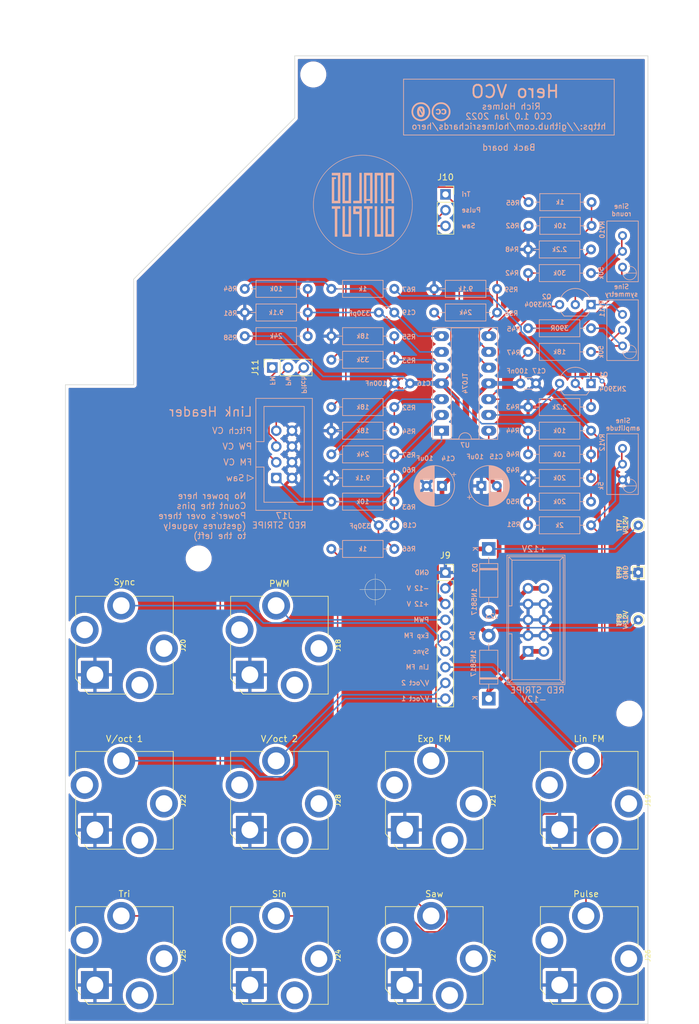
<source format=kicad_pcb>
(kicad_pcb (version 20211014) (generator pcbnew)
  (layers (0 "F.Cu" signal) (31 "B.Cu" signal) (34 "B.Paste" user) (35 "F.Paste" user) (36 "B.SilkS" user "B.Silkscreen") (37 "F.SilkS" user "F.Silkscreen") (38 "B.Mask" user) (39 "F.Mask" user) (44 "Edge.Cuts" user))
  (net 0 "")
  (net 1 "Board_0-+12V_1")
  (net 2 "Board_0--12V_1")
  (net 3 "Board_0-/Jacks, power, etc/+12V_IN")
  (net 4 "Board_0-/Jacks, power, etc/-12V_IN")
  (net 5 "Board_0-/Jacks, power, etc/CV_IN_J")
  (net 6 "Board_0-/Jacks, power, etc/LIN_FM_IN_J")
  (net 7 "Board_0-/Jacks, power, etc/PWMIN_J")
  (net 8 "Board_0-/Jacks, power, etc/SIN")
  (net 9 "Board_0-/Jacks, power, etc/SYNC_J")
  (net 10 "Board_0-/Jacks, power, etc/V_OCT2_J")
  (net 11 "Board_0-/Jacks, power, etc/V_OCT_J")
  (net 12 "Board_0-/LINK_OUT_CV_B")
  (net 13 "Board_0-/LINK_OUT_FM_B")
  (net 14 "Board_0-/LINK_OUT_PW_B")
  (net 15 "Board_0-/Outputs and sin/LINK_OUT_SAW")
  (net 16 "Board_0-/Outputs and sin/PULSE_OUT_S")
  (net 17 "Board_0-/Outputs and sin/SAW_OUT_S")
  (net 18 "Board_0-/Outputs and sin/TRIANGLE_OUT_S")
  (net 19 "Board_0-GND1")
  (net 20 "Board_0-Net-(C18-Pad2)")
  (net 21 "Board_0-Net-(C19-Pad1)")
  (net 22 "Board_0-Net-(C19-Pad2)")
  (net 23 "Board_0-Net-(Q1-Pad1)")
  (net 24 "Board_0-Net-(Q1-Pad2)")
  (net 25 "Board_0-Net-(Q1-Pad3)")
  (net 26 "Board_0-Net-(Q2-Pad1)")
  (net 27 "Board_0-Net-(Q2-Pad2)")
  (net 28 "Board_0-Net-(Q2-Pad3)")
  (net 29 "Board_0-Net-(R42-Pad1)")
  (net 30 "Board_0-Net-(R47-Pad2)")
  (net 31 "Board_0-Net-(R50-Pad1)")
  (net 32 "Board_0-Net-(R52-Pad1)")
  (net 33 "Board_0-Net-(R53-Pad1)")
  (net 34 "Board_0-Net-(R56-Pad1)")
  (net 35 "Board_0-PULSE")
  (net 36 "Board_0-SAW")
  (net 37 "Board_0-TRI")
  (net 38 "Board_0-TRI_RAW")
  (footprint "Connector_PinSocket_2.54mm:PinSocket_1x03_P2.54mm_Vertical" (layer "F.Cu") (at 166.135 49.825)
    (fp_text reference "J10")
    (fp_text value "Conn_01x03")
  )
  (footprint "Connector_PinSocket_2.54mm:PinSocket_1x09_P2.54mm_Vertical" (layer "F.Cu") (at 166.11 110.77)
    (fp_text reference "J9")
    (fp_text value "Conn_01x09")
  )
  (footprint "ao_tht:MountingHole_3.2mm_M3" (layer "F.Cu") (at 126.3 108.5)
    (fp_text reference "H6" hide)
    (fp_text value "MountingHole")
  )
  (footprint "ao_tht:Jack_6.35mm_PJ_629HAN" (layer "F.Cu") (at 189.3 147.5 -90)
    (fp_text reference "J19")
    (fp_text value "AudioJack2")
  )
  (footprint "ao_tht:MountingHole_3.2mm_M3" (layer "F.Cu") (at 144.8 30.5)
    (fp_text reference "H5" hide)
    (fp_text value "MountingHole")
  )
  (footprint "ao_tht:Jack_6.35mm_PJ_629HAN" (layer "F.Cu") (at 164.3 147.5 -90)
    (fp_text reference "J21")
    (fp_text value "AudioJack2")
  )
  (footprint "ao_tht:Jack_6.35mm_PJ_629HAN" (layer "F.Cu") (at 114.3 147.5 -90)
    (fp_text reference "J22")
    (fp_text value "AudioJack2")
  )
  (footprint "ao_tht:Jack_6.35mm_PJ_629HAN" (layer "F.Cu") (at 189.3 172.5 -90)
    (fp_text reference "J26")
    (fp_text value "AudioJack2")
  )
  (footprint "ao_tht:Board_Marker" (layer "F.Cu") (at 161.684 27.502)
    (fp_text reference "B2")
    (fp_text value "Board")
  )
  (footprint "ao_tht:Jack_6.35mm_PJ_629HAN" (layer "F.Cu") (at 139.3 147.5 -90)
    (fp_text reference "J28")
    (fp_text value "AudioJack2")
  )
  (footprint "ao_tht:Jack_6.35mm_PJ_629HAN" (layer "F.Cu") (at 164.3 172.5 -90)
    (fp_text reference "J27")
    (fp_text value "AudioJack2")
  )
  (footprint "ao_tht:TestPoint_THTPad_1.5x1.5mm_Drill0.7mm" (layer "F.Cu") (at 197.24 110.77 90)
    (fp_text reference "TP9")
    (fp_text value "GND")
  )
  (footprint "ao_tht:Jack_6.35mm_PJ_629HAN" (layer "F.Cu") (at 139.3 172.5 -90)
    (fp_text reference "J24")
    (fp_text value "AudioJack2")
  )
  (footprint "ao_tht:TestPoint_THTPad_D1.5mm_Drill0.7mm" (layer "F.Cu") (at 197.24 103.15 90)
    (fp_text reference "TP7")
    (fp_text value "+12V")
  )
  (footprint "ao_tht:MountingHole_3.2mm_M3" (layer "F.Cu") (at 195.8 133.5)
    (fp_text reference "H4" hide)
    (fp_text value "MountingHole")
  )
  (footprint "ao_tht:Jack_6.35mm_PJ_629HAN" (layer "F.Cu") (at 139.3 122.5 -90)
    (fp_text reference "J18")
    (fp_text value "AudioJack2")
  )
  (footprint "ao_tht:Jack_6.35mm_PJ_629HAN" (layer "F.Cu") (at 114.3 172.5 -90)
    (fp_text reference "J25")
    (fp_text value "AudioJack2")
  )
  (footprint "ao_tht:Jack_6.35mm_PJ_629HAN" (layer "F.Cu") (at 114.3 122.5 -90)
    (fp_text reference "J20")
    (fp_text value "AudioJack2")
  )
  (footprint "Connector_PinSocket_2.54mm:PinSocket_1x03_P2.54mm_Vertical" (layer "F.Cu") (at 138.185 77.725 90)
    (fp_text reference "J11")
    (fp_text value "Conn_01x03")
  )
  (footprint "ao_tht:TestPoint_THTPad_D1.5mm_Drill0.7mm" (layer "F.Cu") (at 197.24 118.39 90)
    (fp_text reference "TP8")
    (fp_text value "-12V")
  )
  (footprint "ao_tht:Potentiometer_Bourns_3296W_Vertical_screw_centered" (layer "B.Cu") (at 195.85 75.21 -90)
    (fp_text reference "RV11")
    (fp_text value "50k")
  )
  (footprint "ao_tht:C_Disc_D3.0mm_W1.6mm_P2.50mm" (layer "B.Cu") (at 180.73 80.29 180)
    (fp_text reference "C17")
    (fp_text value "100nF")
  )
  (footprint "ao_tht:R_Axial_DIN0207_L6.3mm_D2.5mm_P10.16mm_Horizontal" (layer "B.Cu") (at 157.87 84.1 180)
    (fp_text reference "R52")
    (fp_text value "18k")
  )
  (footprint "ao_tht:R_Axial_DIN0207_L6.3mm_D2.5mm_P10.16mm_Horizontal" (layer "B.Cu") (at 179.46 71.4)
    (fp_text reference "R45")
    (fp_text value "390R")
  )
  (footprint "ao_tht:R_Axial_DIN0207_L6.3mm_D2.5mm_P10.16mm_Horizontal" (layer "B.Cu") (at 157.87 91.72 180)
    (fp_text reference "R57")
    (fp_text value "24k")
  )
  (footprint "ao_tht:R_Axial_DIN0207_L6.3mm_D2.5mm_P10.16mm_Horizontal" (layer "B.Cu") (at 133.74 65.05)
    (fp_text reference "R64")
    (fp_text value "10k")
  )
  (footprint "ao_tht:R_Axial_DIN0207_L6.3mm_D2.5mm_P10.16mm_Horizontal" (layer "B.Cu") (at 143.9 72.67 180)
    (fp_text reference "R58")
    (fp_text value "24k")
  )
  (footprint "ao_tht:Power_Header" (layer "B.Cu") (at 179.46 123.47)
    (fp_text reference "J23")
    (fp_text value "Synth_power_2x5")
  )
  (footprint "ao_tht:D_DO-41_SOD81_P10.16mm_Horizontal" (layer "B.Cu") (at 173.11 106.96 -90)
    (fp_text reference "D3")
    (fp_text value "1N5817")
  )
  (footprint "ao_tht:CC0_logo" (layer "B.Cu") (at 163.8 36.5 180)
    (fp_text reference "GRAF4" hide)
    (fp_text value "CC0 logo" hide)
  )
  (footprint "ao_tht:R_Axial_DIN0207_L6.3mm_D2.5mm_P10.16mm_Horizontal" (layer "B.Cu") (at 174.46 68.86 180)
    (fp_text reference "R56")
    (fp_text value "24k")
  )
  (footprint "ao_tht:R_Axial_DIN0207_L6.3mm_D2.5mm_P10.16mm_Horizontal" (layer "B.Cu") (at 179.46 87.91)
    (fp_text reference "R44")
    (fp_text value "10k")
  )
  (footprint "Connector_IDC:IDC-Header_2x04_P2.54mm_Vertical" (layer "B.Cu") (at 138.82 95.53)
    (fp_text reference "J17")
    (fp_text value "Conn_02x04_Odd_Even")
  )
  (footprint "ao_tht:R_Axial_DIN0207_L6.3mm_D2.5mm_P10.16mm_Horizontal" (layer "B.Cu") (at 157.87 72.67 180)
    (fp_text reference "R55")
    (fp_text value "18k")
  )
  (footprint "ao_tht:R_Axial_DIN0207_L6.3mm_D2.5mm_P10.16mm_Horizontal" (layer "B.Cu") (at 157.87 95.53 180)
    (fp_text reference "R60")
    (fp_text value "9.1k")
  )
  (footprint "ao_tht:C_Disc_D3.0mm_W1.6mm_P2.50mm" (layer "B.Cu") (at 160.41 80.29 180)
    (fp_text reference "C16")
    (fp_text value "100nF")
  )
  (footprint "ao_tht:TO-92_Inline_Wide" (layer "B.Cu") (at 189.62 80.29 180)
    (fp_text reference "Q1")
    (fp_text value "2N3904")
  )
  (footprint "ao_tht:R_Axial_DIN0207_L6.3mm_D2.5mm_P10.16mm_Horizontal" (layer "B.Cu") (at 143.9 68.86 180)
    (fp_text reference "R61")
    (fp_text value "9.1k")
  )
  (footprint "ao_tht:CP_Radial_D6.3mm_P2.50mm" (layer "B.Cu") (at 171.92 96.8)
    (fp_text reference "C15")
    (fp_text value "10uF")
  )
  (footprint "ao_tht:R_Axial_DIN0207_L6.3mm_D2.5mm_P10.16mm_Horizontal" (layer "B.Cu") (at 189.62 58.7 180)
    (fp_text reference "R48")
    (fp_text value "2.2k")
  )
  (footprint "ao_tht:R_Axial_DIN0207_L6.3mm_D2.5mm_P10.16mm_Horizontal" (layer "B.Cu") (at 147.71 106.96)
    (fp_text reference "R66")
    (fp_text value "1k")
  )
  (footprint "ao_tht:analogoutput" (layer "B.Cu") (at 152.8 51.5 180)
    (fp_text reference "GRAF3" hide)
    (fp_text value "AO logo" hide)
  )
  (footprint "ao_tht:R_Axial_DIN0207_L6.3mm_D2.5mm_P10.16mm_Horizontal" (layer "B.Cu") (at 157.87 65.05 180)
    (fp_text reference "R67")
    (fp_text value "1k")
  )
  (footprint "ao_tht:TO-92_Inline_Wide" (layer "B.Cu") (at 189.62 67.59 180)
    (fp_text reference "Q2")
    (fp_text value "2N3904")
  )
  (footprint "ao_tht:DIP-14_W7.62mm_Socket_LongPads" (layer "B.Cu") (at 165.49 87.91)
    (fp_text reference "U7")
    (fp_text value "TL074")
  )
  (footprint "ao_tht:R_Axial_DIN0207_L6.3mm_D2.5mm_P10.16mm_Horizontal" (layer "B.Cu") (at 179.54 51.08)
    (fp_text reference "R65")
    (fp_text value "1k")
  )
  (footprint "ao_tht:R_Axial_DIN0207_L6.3mm_D2.5mm_P10.16mm_Horizontal" (layer "B.Cu") (at 174.46 65.05 180)
    (fp_text reference "R59")
    (fp_text value "9.1k")
  )
  (footprint "ao_tht:CP_Radial_D6.3mm_P2.50mm" (layer "B.Cu") (at 165.57 96.8 180)
    (fp_text reference "C14")
    (fp_text value "10uF")
  )
  (footprint "ao_tht:R_Axial_DIN0207_L6.3mm_D2.5mm_P10.16mm_Horizontal" (layer "B.Cu") (at 189.7 54.89 180)
    (fp_text reference "R62")
    (fp_text value "10k")
  )
  (footprint "ao_tht:R_Axial_DIN0207_L6.3mm_D2.5mm_P10.16mm_Horizontal" (layer "B.Cu") (at 189.62 62.51 180)
    (fp_text reference "R42")
    (fp_text value "30k")
  )
  (footprint "ao_tht:R_Axial_DIN0207_L6.3mm_D2.5mm_P10.16mm_Horizontal" (layer "B.Cu") (at 179.46 91.72)
    (fp_text reference "R46")
    (fp_text value "10k")
  )
  (footprint "ao_tht:R_Axial_DIN0207_L6.3mm_D2.5mm_P10.16mm_Horizontal" (layer "B.Cu") (at 179.46 99.34)
    (fp_text reference "R50")
    (fp_text value "20k")
  )
  (footprint "ao_tht:Potentiometer_Bourns_3296W_Vertical_screw_centered" (layer "B.Cu") (at 195.85 62.51 -90)
    (fp_text reference "RV10")
    (fp_text value "50k")
  )
  (footprint "ao_tht:R_Axial_DIN0207_L6.3mm_D2.5mm_P10.16mm_Horizontal" (layer "B.Cu") (at 189.62 84.1 180)
    (fp_text reference "R43")
    (fp_text value "2.2k")
  )
  (footprint "ao_tht:C_Disc_D3.0mm_W1.6mm_P2.50mm" (layer "B.Cu") (at 155.37 103.15)
    (fp_text reference "C18")
    (fp_text value "330pF")
  )
  (footprint "ao_tht:R_Axial_DIN0207_L6.3mm_D2.5mm_P10.16mm_Horizontal" (layer "B.Cu") (at 179.46 75.21)
    (fp_text reference "R47")
    (fp_text value "18k")
  )
  (footprint "ao_tht:R_Axial_DIN0207_L6.3mm_D2.5mm_P10.16mm_Horizontal" (layer "B.Cu") (at 147.71 99.34)
    (fp_text reference "R63")
    (fp_text value "10k")
  )
  (footprint "ao_tht:R_Axial_DIN0207_L6.3mm_D2.5mm_P10.16mm_Horizontal" (layer "B.Cu") (at 157.87 87.91 180)
    (fp_text reference "R54")
    (fp_text value "18k")
  )
  (footprint "ao_tht:R_Axial_DIN0207_L6.3mm_D2.5mm_P10.16mm_Horizontal" (layer "B.Cu") (at 189.62 103.15 180)
    (fp_text reference "R51")
    (fp_text value "2k")
  )
  (footprint "ao_tht:Potentiometer_Bourns_3296W_Vertical_screw_centered" (layer "B.Cu") (at 195.85 96.8 -90)
    (fp_text reference "RV12")
    (fp_text value "5k")
  )
  (footprint "ao_tht:R_Axial_DIN0207_L6.3mm_D2.5mm_P10.16mm_Horizontal" (layer "B.Cu") (at 157.87 76.48 180)
    (fp_text reference "R53")
    (fp_text value "33k")
  )
  (footprint "ao_tht:R_Axial_DIN0207_L6.3mm_D2.5mm_P10.16mm_Horizontal" (layer "B.Cu") (at 189.62 95.53 180)
    (fp_text reference "R49")
    (fp_text value "20k")
  )
  (footprint "ao_tht:C_Disc_D3.0mm_W1.6mm_P2.50mm" (layer "B.Cu") (at 157.87 68.86 180)
    (fp_text reference "C19")
    (fp_text value "330pF")
  )
  (footprint "ao_tht:D_DO-41_SOD81_P10.16mm_Horizontal" (layer "B.Cu") (at 173.11 131.09 90)
    (fp_text reference "D4")
    (fp_text value "1N5817")
  )
  (gr_line (start 159.36 40.26) (end 193.36 40.26) (layer "B.SilkS") (width 0.12))
  (gr_line (start 193.36 40.26) (end 193.36 31.26) (layer "B.SilkS") (width 0.12))
  (gr_line (start 159.36 31.26) (end 159.36 40.26) (layer "B.SilkS") (width 0.12))
  (gr_line (start 193.36 31.26) (end 159.36 31.26) (layer "B.SilkS") (width 0.12))
  (gr_line (start 115.799168 63.499444) (end 141.799 37.499585) (layer "Edge.Cuts") (width 0.1))
  (gr_line (start 115.799 80.499) (end 115.799168 63.499444) (layer "Edge.Cuts") (width 0.1))
  (gr_line (start 141.799 37.499585) (end 141.799804 27.499019) (layer "Edge.Cuts") (width 0.1))
  (gr_line (start 104.799076 183.500382) (end 104.799043 80.499709) (layer "Edge.Cuts") (width 0.1))
  (gr_line (start 141.799804 27.499019) (end 198.800923 27.499617) (layer "Edge.Cuts") (width 0.1))
  (gr_line (start 104.799043 80.499709) (end 115.799 80.499) (layer "Edge.Cuts") (width 0.1))
  (gr_line (start 198.800923 27.499617) (end 198.800382 183.500923) (layer "Edge.Cuts") (width 0.1))
  (gr_line (start 198.800382 183.500923) (end 104.799076 183.500382) (layer "Edge.Cuts") (width 0.1))
  (gr_text "Saw" (at 133.74 95.53) (layer "B.SilkS") (effects (font (size 1 1)) (justify left mirror)))
  (gr_text "FM CV" (at 135.01 92.99) (layer "B.SilkS") (effects (font (size 1 1)) (justify left mirror)))
  (gr_text "PW CV" (at 135.01 90.45) (layer "B.SilkS") (effects (font (size 1 1)) (justify left mirror)))
  (gr_text "Pitch CV" (at 135.01 87.91) (layer "B.SilkS") (effects (font (size 1 1)) (justify left mirror)))
  (gr_text "RED STRIPE" (at 139.3 103.15) (layer "B.SilkS") (effects (font (size 1 1)) (justify mirror)))
  (gr_text "Back board" (at 176.36 42.26) (layer "B.SilkS") (effects (font (size 1 1)) (justify mirror)))
  (gr_text "Rich Holmes \nCC0 1.0 Jan 2022\nhttps://github.com/holmesrichards/hero" (at 176.36 37.26) (layer "B.SilkS") (effects (font (size 1 1)) (justify mirror)))
  (gr_text "Hero VCO" (at 177.36 33.26) (layer "B.SilkS") (effects (font (size 2 2) (thickness 0.3)) (justify mirror)))
  (gr_text "Saw" (at 168.65 54.89) (layer "B.SilkS") (effects (font (size 0.75 0.75)) (justify right mirror)))
  (gr_text "GND" (at 163.57 110.77) (layer "B.SilkS") (effects (font (size 0.75 0.75)) (justify left mirror)))
  (gr_text "PW" (at 140.725 78.995 -90) (layer "B.SilkS") (effects (font (size 0.75 0.75)) (justify right mirror)))
  (gr_text "Lin FM" (at 163.57 126.01) (layer "B.SilkS") (effects (font (size 0.75 0.75)) (justify left mirror)))
  (gr_text "Sine\nround" (at 194.526 52.35) (layer "B.SilkS") (effects (font (size 0.75 0.75)) (justify mirror)))
  (gr_text "Pitch" (at 143.265 78.995 -90) (layer "B.SilkS") (effects (font (size 0.75 0.75)) (justify right mirror)))
  (gr_text "FM" (at 138.185 78.995 -90) (layer "B.SilkS") (effects (font (size 0.75 0.75)) (justify right mirror)))
  (gr_text "Sync" (at 163.57 123.47) (layer "B.SilkS") (effects (font (size 0.75 0.75)) (justify left mirror)))
  (gr_text "PWM" (at 163.57 118.39) (layer "B.SilkS") (effects (font (size 0.75 0.75)) (justify left mirror)))
  (gr_text "Tri" (at 168.65 49.81) (layer "B.SilkS") (effects (font (size 0.75 0.75)) (justify right mirror)))
  (gr_text "+12 V" (at 163.57 115.85) (layer "B.SilkS") (effects (font (size 0.75 0.75)) (justify left mirror)))
  (gr_text "No power here\nCount the pins\nPower's over there\n(gestures vaguely\nto the left)" (at 134.074 101.626) (layer "B.SilkS") (effects (font (size 1 1)) (justify left mirror)))
  (gr_text "Pulse" (at 168.65 52.35) (layer "B.SilkS") (effects (font (size 0.75 0.75)) (justify right mirror)))
  (gr_text "Sine\namplitude" (at 194.78 86.894) (layer "B.SilkS") (effects (font (size 0.75 0.75)) (justify mirror)))
  (gr_text "V/oct 1" (at 163.57 131.09) (layer "B.SilkS") (effects (font (size 0.75 0.75)) (justify left mirror)))
  (gr_text "V/oct 2" (at 163.57 128.55) (layer "B.SilkS") (effects (font (size 0.75 0.75)) (justify left mirror)))
  (gr_text "Sine\nsymmetry" (at 194.526 65.304) (layer "B.SilkS") (effects (font (size 0.75 0.75)) (justify mirror)))
  (gr_text "-12 V" (at 163.57 113.31) (layer "B.SilkS") (effects (font (size 0.75 0.75)) (justify left mirror)))
  (gr_text "Link Header" (at 128.232 84.862) (layer "B.SilkS") (effects (font (size 1.5 1.5) (thickness 0.2)) (justify mirror)))
  (gr_text "Exp FM" (at 163.57 120.93) (layer "B.SilkS") (effects (font (size 0.75 0.75)) (justify left mirror)))
  (gr_text "Tri" (at 114.32 162.56) (layer "F.SilkS") (effects (font (size 1 1))))
  (gr_text "V/oct 2" (at 139.32 137.56) (layer "F.SilkS") (effects (font (size 1 1))))
  (gr_text "Exp FM" (at 164.32 137.56) (layer "F.SilkS") (effects (font (size 1 1))))
  (gr_text "Sin" (at 139.32 162.56) (layer "F.SilkS") (effects (font (size 1 1))))
  (gr_text "PWM" (at 139.32 112.56) (layer "F.SilkS") (effects (font (size 1 1))))
  (gr_text "Sync" (at 114.32 112.294) (layer "F.SilkS") (effects (font (size 1 1))))
  (gr_text "V/oct 1" (at 114.32 137.56) (layer "F.SilkS") (effects (font (size 1 1))))
  (gr_text "Pulse" (at 188.82 162.56) (layer "F.SilkS") (effects (font (size 1 1))))
  (gr_text "Saw" (at 164.32 162.56) (layer "F.SilkS") (effects (font (size 1 1))))
  (gr_text "Lin FM" (at 189.32 137.56) (layer "F.SilkS") (effects (font (size 1 1))))
  (target plus (at 154.8 113.5) (size 5) (width 0.05) (layer "Edge.Cuts"))
  (target plus (at 154.8 113.5) (size 5) (width 0.05) (layer "Edge.Cuts"))
  (target plus (at 154.8 113.5) (size 5) (width 0.05) (layer "Edge.Cuts"))
  (segment (start 179.46 91.72) (end 179.46 87.91) (width 0.25) (layer "F.Cu") (net 1))
  (segment (start 168.03 82.83) (end 168.03 94.34) (width 0.75) (layer "F.Cu") (net 1))
  (segment (start 167.01452 71.57452) (end 164.3 68.86) (width 0.25) (layer "F.Cu") (net 1))
  (segment (start 168.03 94.34) (end 165.57 96.8) (width 0.75) (layer "F.Cu") (net 1))
  (segment (start 165.49 80.29) (end 167.46403 78.31597) (width 0.25) (layer "F.Cu") (net 1))
  (segment (start 167.46403 74.558015) (end 167.01452 74.108505) (width 0.25) (layer "F.Cu") (net 1))
  (segment (start 165.744 106.96) (end 165.57 106.96) (width 0.25) (layer "F.Cu") (net 1))
  (segment (start 173.11 106.96) (end 165.744 106.96) (width 0.75) (layer "F.Cu") (net 1))
  (segment (start 164.685489 114.425489) (end 164.685489 107.844511) (width 0.75) (layer "F.Cu") (net 1))
  (segment (start 164.685489 107.844511) (end 165.57 106.96) (width 0.75) (layer "F.Cu") (net 1))
  (segment (start 167.01452 74.108505) (end 167.01452 71.57452) (width 0.25) (layer "F.Cu") (net 1))
  (segment (start 167.46403 78.31597) (end 167.46403 74.558015) (width 0.25) (layer "F.Cu") (net 1))
  (segment (start 165.49 80.29) (end 168.03 82.83) (width 0.75) (layer "F.Cu") (net 1))
  (segment (start 166.11 115.85) (end 164.685489 114.425489) (width 0.75) (layer "F.Cu") (net 1))
  (segment (start 165.57 96.8) (end 165.57 106.96) (width 0.75) (layer "F.Cu") (net 1))
  (segment (start 171.98499 86.78499) (end 165.49 80.29) (width 0.25) (layer "B.Cu") (net 1))
  (segment (start 178.33499 86.78499) (end 171.98499 86.78499) (width 0.25) (layer "B.Cu") (net 1))
  (segment (start 179.46 87.91) (end 178.33499 86.78499) (width 0.25) (layer "B.Cu") (net 1))
  (segment (start 165.49 80.29) (end 160.41 80.29) (width 0.75) (layer "B.Cu") (net 1))
  (segment (start 158.014999 81.415001) (end 147.71 91.72) (width 0.25) (layer "B.Cu") (net 1))
  (segment (start 159.284999 81.415001) (end 158.014999 81.415001) (width 0.25) (layer "B.Cu") (net 1))
  (segment (start 160.41 80.29) (end 159.284999 81.415001) (width 0.25) (layer "B.Cu") (net 1))
  (segment (start 159.285489 79.165489) (end 146.366499 79.165489) (width 0.25) (layer "B.Cu") (net 1))
  (segment (start 139.87101 72.67) (end 133.74 72.67) (width 0.25) (layer "B.Cu") (net 1))
  (segment (start 193.43 106.96) (end 197.24 103.15) (width 0.25) (layer "B.Cu") (net 1))
  (segment (start 173.11 106.96) (end 193.43 106.96) (width 0.25) (layer "B.Cu") (net 1))
  (segment (start 160.41 80.29) (end 159.285489 79.165489) (width 0.25) (layer "B.Cu") (net 1))
  (segment (start 146.366499 79.165489) (end 139.87101 72.67) (width 0.25) (layer "B.Cu") (net 1))
  (segment (start 178.23 76.44) (end 179.46 75.21) (width 0.25) (layer "F.Cu") (net 2))
  (segment (start 178.23 80.29) (end 178.23 76.44) (width 0.25) (layer "F.Cu") (net 2))
  (segment (start 167.534511 111.885489) (end 171.533533 111.885489) (width 0.75) (layer "F.Cu") (net 2))
  (segment (start 174.42 96.8) (end 170.824 93.204) (width 0.75) (layer "F.Cu") (net 2))
  (segment (start 174.784511 97.164511) (end 174.42 96.8) (width 0.75) (layer "F.Cu") (net 2))
  (segment (start 166.11 113.31) (end 167.534511 111.885489) (width 0.75) (layer "F.Cu") (net 2))
  (segment (start 170.824 82.576) (end 173.11 80.29) (width 0.75) (layer "F.Cu") (net 2))
  (segment (start 174.784511 108.634511) (end 174.784511 97.164511) (width 0.75) (layer "F.Cu") (net 2))
  (segment (start 170.824 93.204) (end 170.824 82.576) (width 0.75) (layer "F.Cu") (net 2))
  (segment (start 171.533533 111.885489) (end 174.784511 108.634511) (width 0.75) (layer "F.Cu") (net 2))
  (segment (start 171.205 112.214022) (end 171.533533 111.885489) (width 0.75) (layer "F.Cu") (net 2))
  (segment (start 173.11 120.93) (end 171.205 119.025) (width 0.75) (layer "F.Cu") (net 2))
  (segment (start 171.205 119.025) (end 171.205 112.214022) (width 0.75) (layer "F.Cu") (net 2))
  (segment (start 173.11 80.29) (end 178.23 80.29) (width 0.75) (layer "B.Cu") (net 2))
  (segment (start 173.969756 119.66) (end 195.97 119.66) (width 0.25) (layer "B.Cu") (net 2))
  (segment (start 173.11 120.519756) (end 173.969756 119.66) (width 0.25) (layer "B.Cu") (net 2))
  (segment (start 195.97 119.66) (end 197.24 118.39) (width 0.25) (layer "B.Cu") (net 2))
  (segment (start 182 113.31) (end 179.46 113.31) (width 0.75) (layer "F.Cu") (net 3))
  (segment (start 173.11 117.12) (end 175.65 117.12) (width 0.75) (layer "F.Cu") (net 3))
  (segment (start 175.65 117.12) (end 179.46 113.31) (width 0.75) (layer "F.Cu") (net 3))
  (segment (start 182 123.47) (end 179.46 123.47) (width 0.75) (layer "F.Cu") (net 4))
  (segment (start 173.11 129.82) (end 179.46 123.47) (width 0.75) (layer "F.Cu") (net 4))
  (segment (start 173.11 131.09) (end 173.11 129.82) (width 0.75) (layer "F.Cu") (net 4))
  (segment (start 166.11 120.93) (end 164.601 122.439) (width 0.25) (layer "F.Cu") (net 5))
  (segment (start 164.601 122.439) (end 164.601 140.299) (width 0.25) (layer "F.Cu") (net 5))
  (segment (start 166.11 126.01) (end 173.71 126.01) (width 0.25) (layer "B.Cu") (net 6))
  (segment (start 173.71 126.01) (end 188.8 141.1) (width 0.25) (layer "B.Cu") (net 6))
  (segment (start 141.09 118.39) (end 138.8 116.1) (width 0.25) (layer "B.Cu") (net 7))
  (segment (start 166.11 118.39) (end 141.09 118.39) (width 0.25) (layer "B.Cu") (net 7))
  (segment (start 191.374511 142.166398) (end 191.374511 104.904511) (width 0.25) (layer "F.Cu") (net 8))
  (segment (start 181.985489 149.665489) (end 183.87542 149.665489) (width 0.25) (layer "F.Cu") (net 8))
  (segment (start 191.374511 104.904511) (end 189.62 103.15) (width 0.25) (layer "F.Cu") (net 8))
  (segment (start 166.374511 167.166398) (end 166.374511 165.276467) (width 0.25) (layer "F.Cu") (net 8))
  (segment (start 162.733602 168.674511) (end 164.866398 168.674511) (width 0.25) (layer "F.Cu") (net 8))
  (segment (start 160.159091 166.1) (end 162.733602 168.674511) (width 0.25) (layer "F.Cu") (net 8))
  (segment (start 138.8 166.1) (end 160.159091 166.1) (width 0.25) (layer "F.Cu") (net 8))
  (segment (start 166.374511 165.276467) (end 181.985489 149.665489) (width 0.25) (layer "F.Cu") (net 8))
  (segment (start 164.866398 168.674511) (end 166.374511 167.166398) (width 0.25) (layer "F.Cu") (net 8))
  (segment (start 194.58 93.3) (end 194.58 90.76) (width 0.25) (layer "F.Cu") (net 8))
  (segment (start 183.87542 149.665489) (end 191.374511 142.166398) (width 0.25) (layer "F.Cu") (net 8))
  (segment (start 189.62 103.15) (end 193.535489 99.234511) (width 0.25) (layer "B.Cu") (net 8))
  (segment (start 193.535489 99.234511) (end 193.535489 94.344511) (width 0.25) (layer "B.Cu") (net 8))
  (segment (start 193.535489 94.344511) (end 194.58 93.3) (width 0.25) (layer "B.Cu") (net 8))
  (segment (start 133.943 116.1) (end 113.8 116.1) (width 0.25) (layer "B.Cu") (net 9))
  (segment (start 166.11 123.47) (end 164.935489 122.295489) (width 0.25) (layer "B.Cu") (net 9))
  (segment (start 164.935489 120.883489) (end 162.95 118.898) (width 0.25) (layer "B.Cu") (net 9))
  (segment (start 162.95 118.898) (end 136.741 118.898) (width 0.25) (layer "B.Cu") (net 9))
  (segment (start 164.935489 122.295489) (end 164.935489 120.883489) (width 0.25) (layer "B.Cu") (net 9))
  (segment (start 136.741 118.898) (end 133.943 116.1) (width 0.25) (layer "B.Cu") (net 9))
  (segment (start 149.445 130.455) (end 164.205 130.455) (width 0.25) (layer "B.Cu") (net 10))
  (segment (start 138.8 141.1) (end 149.445 130.455) (width 0.25) (layer "B.Cu") (net 10))
  (segment (start 164.205 130.455) (end 166.11 128.55) (width 0.25) (layer "B.Cu") (net 10))
  (segment (start 149.949 131.09) (end 141.694 139.345) (width 0.25) (layer "B.Cu") (net 11))
  (segment (start 136.117511 143.674511) (end 133.543 141.1) (width 0.25) (layer "B.Cu") (net 11))
  (segment (start 141.694 141.846909) (end 139.866398 143.674511) (width 0.25) (layer "B.Cu") (net 11))
  (segment (start 141.694 139.345) (end 141.694 141.846909) (width 0.25) (layer "B.Cu") (net 11))
  (segment (start 139.866398 143.674511) (end 136.117511 143.674511) (width 0.25) (layer "B.Cu") (net 11))
  (segment (start 166.11 131.09) (end 149.949 131.09) (width 0.25) (layer "B.Cu") (net 11))
  (segment (start 133.543 141.1) (end 113.8 141.1) (width 0.25) (layer "B.Cu") (net 11))
  (segment (start 138.82 82.17) (end 143.265 77.725) (width 0.25) (layer "F.Cu") (net 12))
  (segment (start 138.82 87.91) (end 138.82 82.17) (width 0.25) (layer "F.Cu") (net 12))
  (segment (start 137.195969 79.984031) (end 137.195969 91.365969) (width 0.25) (layer "F.Cu") (net 13))
  (segment (start 137.195969 91.365969) (end 138.82 92.99) (width 0.25) (layer "F.Cu") (net 13))
  (segment (start 138.82 78.36) (end 137.195969 79.984031) (width 0.25) (layer "F.Cu") (net 13))
  (segment (start 137.645489 80.804511) (end 137.645489 88.396499) (width 0.25) (layer "F.Cu") (net 14))
  (segment (start 137.645489 88.396499) (end 138.82 89.57101) (width 0.25) (layer "F.Cu") (net 14))
  (segment (start 140.725 77.725) (end 137.645489 80.804511) (width 0.25) (layer "F.Cu") (net 14))
  (segment (start 138.82 89.57101) (end 138.82 90.45) (width 0.25) (layer "F.Cu") (net 14))
  (segment (start 155.3 104.39) (end 157.87 106.96) (width 0.25) (layer "F.Cu") (net 15))
  (segment (start 155.3 103.15) (end 155.3 104.39) (width 0.25) (layer "F.Cu") (net 15))
  (segment (start 151.52 99.34) (end 155.33 103.15) (width 0.25) (layer "B.Cu") (net 15))
  (segment (start 147.71 99.34) (end 151.52 99.34) (width 0.25) (layer "B.Cu") (net 15))
  (segment (start 155.725002 99.34) (end 151.52 99.34) (width 0.25) (layer "B.Cu") (net 15))
  (segment (start 165.49 89.575002) (end 155.725002 99.34) (width 0.25) (layer "B.Cu") (net 15))
  (segment (start 165.49 87.91) (end 165.49 89.575002) (width 0.25) (layer "B.Cu") (net 15))
  (segment (start 142.63 99.34) (end 147.71 99.34) (width 0.25) (layer "B.Cu") (net 15))
  (segment (start 138.82 95.53) (end 142.63 99.34) (width 0.25) (layer "B.Cu") (net 15))
  (segment (start 164.118 54.382) (end 166.135 52.365) (width 0.25) (layer "F.Cu") (net 16))
  (segment (start 152.282 54.382) (end 164.118 54.382) (width 0.25) (layer "F.Cu") (net 16))
  (segment (start 147.71 76.48) (end 149.604978 74.585022) (width 0.25) (layer "F.Cu") (net 16))
  (segment (start 149.604978 74.585022) (end 149.604978 57.059022) (width 0.25) (layer "F.Cu") (net 16))
  (segment (start 149.604978 57.059022) (end 152.282 54.382) (width 0.25) (layer "F.Cu") (net 16))
  (segment (start 147.71 84.1) (end 150.054489 81.755511) (width 0.25) (layer "F.Cu") (net 17))
  (segment (start 150.054489 81.755511) (end 150.054489 57.370807) (width 0.25) (layer "F.Cu") (net 17))
  (segment (start 152.520296 54.905) (end 166.135 54.905) (width 0.25) (layer "F.Cu") (net 17))
  (segment (start 150.054489 57.370807) (end 152.520296 54.905) (width 0.25) (layer "F.Cu") (net 17))
  (segment (start 168.352511 52.042511) (end 166.135 49.825) (width 0.25) (layer "F.Cu") (net 18))
  (segment (start 173.11 77.75) (end 168.352511 72.992511) (width 0.25) (layer "F.Cu") (net 18))
  (segment (start 168.352511 72.992511) (end 168.352511 52.042511) (width 0.25) (layer "F.Cu") (net 18))
  (segment (start 157.87 91.72) (end 157.87 95.53) (width 0.25) (layer "F.Cu") (net 20))
  (segment (start 157.87 95.53) (end 157.87 99.34) (width 0.25) (layer "F.Cu") (net 20))
  (segment (start 157.87 99.34) (end 157.87 103.11) (width 0.25) (layer "F.Cu") (net 20))
  (segment (start 159.14 91.72) (end 165.49 85.37) (width 0.25) (layer "B.Cu") (net 20))
  (segment (start 157.87 91.72) (end 159.14 91.72) (width 0.25) (layer "B.Cu") (net 20))
  (segment (start 134.864511 63.925489) (end 146.585489 63.925489) (width 0.25) (layer "B.Cu") (net 21))
  (segment (start 146.585489 63.925489) (end 147.71 65.05) (width 0.25) (layer "B.Cu") (net 21))
  (segment (start 133.74 65.05) (end 134.864511 63.925489) (width 0.25) (layer "B.Cu") (net 21))
  (segment (start 157.87 68.86) (end 161.68 72.67) (width 0.25) (layer "B.Cu") (net 21))
  (segment (start 147.71 65.05) (end 154.06 65.05) (width 0.25) (layer "B.Cu") (net 21))
  (segment (start 161.68 72.67) (end 165.49 72.67) (width 0.25) (layer "B.Cu") (net 21))
  (segment (start 154.06 65.05) (end 157.87 68.86) (width 0.25) (layer "B.Cu") (net 21))
  (segment (start 143.9 68.86) (end 143.9 72.67) (width 0.25) (layer "F.Cu") (net 22))
  (segment (start 143.9 65.05) (end 143.9 68.86) (width 0.25) (layer "F.Cu") (net 22))
  (segment (start 162.0003 75.21) (end 165.49 75.21) (width 0.25) (layer "B.Cu") (net 22))
  (segment (start 155.6503 68.86) (end 162.0003 75.21) (width 0.25) (layer "B.Cu") (net 22))
  (segment (start 143.9 68.86) (end 155.37 68.86) (width 0.25) (layer "B.Cu") (net 22))
  (segment (start 189.62 80.29) (end 189.62 77.75) (width 0.25) (layer "F.Cu") (net 23))
  (segment (start 189.62 77.75) (end 193.12 74.25) (width 0.25) (layer "F.Cu") (net 23))
  (segment (start 193.12 74.25) (end 194.58 74.25) (width 0.25) (layer "F.Cu") (net 23))
  (segment (start 191.73 71.4) (end 194.58 74.25) (width 0.25) (layer "B.Cu") (net 23))
  (segment (start 189.62 71.4) (end 191.73 71.4) (width 0.25) (layer "B.Cu") (net 23))
  (segment (start 189.62 82.83) (end 187.08 80.29) (width 0.25) (layer "F.Cu") (net 24))
  (segment (start 189.62 84.1) (end 189.62 82.83) (width 0.25) (layer "F.Cu") (net 24))
  (segment (start 187.08 72.3497) (end 194.58 64.8497) (width 0.25) (layer "F.Cu") (net 24))
  (segment (start 187.08 80.29) (end 187.08 72.3497) (width 0.25) (layer "F.Cu") (net 24))
  (segment (start 194.58 64.8497) (end 194.58 61.55) (width 0.25) (layer "F.Cu") (net 24))
  (segment (start 189.62 99.34) (end 189.62 97.1203) (width 0.25) (layer "F.Cu") (net 25))
  (segment (start 190.744511 89.034511) (end 189.62 87.91) (width 0.25) (layer "F.Cu") (net 25))
  (segment (start 189.62 97.1203) (end 190.744511 95.995789) (width 0.25) (layer "F.Cu") (net 25))
  (segment (start 190.744511 95.995789) (end 190.744511 89.034511) (width 0.25) (layer "F.Cu") (net 25))
  (segment (start 183.655 81.731) (end 189.62 87.696) (width 0.25) (layer "B.Cu") (net 25))
  (segment (start 180.016 85.37) (end 184.54 80.846) (width 0.25) (layer "B.Cu") (net 25))
  (segment (start 173.11 85.37) (end 180.016 85.37) (width 0.25) (layer "B.Cu") (net 25))
  (segment (start 185.81 71.4) (end 189.62 67.59) (width 0.25) (layer "B.Cu") (net 26))
  (segment (start 179.46 71.4) (end 185.81 71.4) (width 0.25) (layer "B.Cu") (net 26))
  (segment (start 189.62 67.59) (end 193 67.59) (width 0.25) (layer "B.Cu") (net 26))
  (segment (start 193 67.59) (end 194.58 69.17) (width 0.25) (layer "B.Cu") (net 26))
  (segment (start 187.08 61.24) (end 189.62 58.7) (width 0.25) (layer "F.Cu") (net 27))
  (segment (start 187.08 67.59) (end 187.08 61.24) (width 0.25) (layer "F.Cu") (net 27))
  (segment (start 189.62 95.53) (end 189.62 91.72) (width 0.25) (layer "F.Cu") (net 28))
  (segment (start 182.889 82.83) (end 173.11 82.83) (width 0.25) (layer "F.Cu") (net 28))
  (segment (start 189.62 89.561) (end 182.889 82.83) (width 0.25) (layer "F.Cu") (net 28))
  (segment (start 174.63501 74.559988) (end 181.306998 67.888) (width 0.25) (layer "F.Cu") (net 28))
  (segment (start 173.11 82.83) (end 174.63501 81.30499) (width 0.25) (layer "F.Cu") (net 28))
  (segment (start 174.63501 81.30499) (end 174.63501 74.559988) (width 0.25) (layer "F.Cu") (net 28))
  (segment (start 181.306998 67.888) (end 184.242 67.888) (width 0.25) (layer "F.Cu") (net 28))
  (segment (start 189.62 91.72) (end 189.62 89.561) (width 0.25) (layer "F.Cu") (net 28))
  (segment (start 194.58 59.01) (end 194.58 56.47) (width 0.25) (layer "F.Cu") (net 29))
  (segment (start 191.08 62.51) (end 194.58 59.01) (width 0.25) (layer "B.Cu") (net 29))
  (segment (start 189.62 62.51) (end 191.08 62.51) (width 0.25) (layer "B.Cu") (net 29))
  (segment (start 191.08 75.21) (end 194.58 71.71) (width 0.25) (layer "F.Cu") (net 30))
  (segment (start 189.62 75.21) (end 191.08 75.21) (width 0.25) (layer "F.Cu") (net 30))
  (segment (start 179.46 103.15) (end 179.46 99.34) (width 0.25) (layer "F.Cu") (net 31))
  (segment (start 173.11 90.845002) (end 173.11 87.91) (width 0.25) (layer "F.Cu") (net 31))
  (segment (start 179.46 97.195002) (end 173.11 90.845002) (width 0.25) (layer "F.Cu") (net 31))
  (segment (start 179.46 99.34) (end 179.46 97.195002) (width 0.25) (layer "F.Cu") (net 31))
  (segment (start 157.87 84.1) (end 157.87 87.91) (width 0.25) (layer "F.Cu") (net 32))
  (segment (start 159.14 82.83) (end 165.49 82.83) (width 0.25) (layer "B.Cu") (net 32))
  (segment (start 157.87 84.1) (end 159.14 82.83) (width 0.25) (layer "B.Cu") (net 32))
  (segment (start 157.87 72.67) (end 157.87 76.48) (width 0.25) (layer "F.Cu") (net 33))
  (segment (start 164.22 76.48) (end 165.49 77.75) (width 0.25) (layer "B.Cu") (net 33))
  (segment (start 157.87 76.48) (end 164.22 76.48) (width 0.25) (layer "B.Cu") (net 33))
  (segment (start 174.46 59.97) (end 179.54 54.89) (width 0.25) (layer "F.Cu") (net 34))
  (segment (start 171.58548 71.73452) (end 174.46 68.86) (width 0.25) (layer "F.Cu") (net 34))
  (segment (start 174.46 68.86) (end 174.46 65.05) (width 0.25) (layer "F.Cu") (net 34))
  (segment (start 173.11 75.21) (end 171.58548 73.68548) (width 0.25) (layer "F.Cu") (net 34))
  (segment (start 171.58548 73.68548) (end 171.58548 71.73452) (width 0.25) (layer "F.Cu") (net 34))
  (segment (start 174.46 65.05) (end 174.46 59.97) (width 0.25) (layer "F.Cu") (net 34))
  (segment (start 191.824021 150.23507) (end 191.824021 80.335021) (width 0.25) (layer "F.Cu") (net 35))
  (segment (start 191.824021 80.335021) (end 191.398 79.909) (width 0.25) (layer "F.Cu") (net 35))
  (segment (start 188.8 153.259091) (end 191.824021 150.23507) (width 0.25) (layer "F.Cu") (net 35))
  (segment (start 188.8 166.1) (end 188.8 153.259091) (width 0.25) (layer "F.Cu") (net 35))
  (via (at 191.398 79.909) (size 0.8) (drill 0.4) (layers "F.Cu" "B.Cu") (net 35))
  (segment (start 178.335489 71.865789) (end 185.685189 79.215489) (width 0.25) (layer "B.Cu") (net 35))
  (segment (start 173.364811 66.174511) (end 178.335489 71.145189) (width 0.25) (layer "B.Cu") (net 35))
  (segment (start 158.994511 66.174511) (end 173.364811 66.174511) (width 0.25) (layer "B.Cu") (net 35))
  (segment (start 185.685189 79.215489) (end 190.704489 79.215489) (width 0.25) (layer "B.Cu") (net 35))
  (segment (start 157.87 65.05) (end 158.994511 66.174511) (width 0.25) (layer "B.Cu") (net 35))
  (segment (start 178.335489 71.145189) (end 178.335489 71.865789) (width 0.25) (layer "B.Cu") (net 35))
  (segment (start 190.704489 79.215489) (end 191.398 79.909) (width 0.25) (layer "B.Cu") (net 35))
  (segment (start 148.724022 151.024022) (end 148.724022 107.974022) (width 0.25) (layer "F.Cu") (net 36))
  (segment (start 148.724022 107.974022) (end 147.71 106.96) (width 0.25) (layer "F.Cu") (net 36))
  (segment (start 163.8 166.1) (end 148.724022 151.024022) (width 0.25) (layer "F.Cu") (net 36))
  (segment (start 117.272 166.1) (end 129.787 153.585) (width 0.25) (layer "F.Cu") (net 37))
  (segment (start 129.787 153.585) (end 129.787 59.224) (width 0.25) (layer "F.Cu") (net 37))
  (segment (start 177.110489 48.650489) (end 179.54 51.08) (width 0.25) (layer "F.Cu") (net 37))
  (segment (start 140.360511 48.650489) (end 177.110489 48.650489) (width 0.25) (layer "F.Cu") (net 37))
  (segment (start 129.787 59.224) (end 140.360511 48.650489) (width 0.25) (layer "F.Cu") (net 37))
  (segment (start 113.8 166.1) (end 117.272 166.1) (width 0.25) (layer "F.Cu") (net 37))
  (segment (start 179.46 62.51) (end 182.08 62.51) (width 0.25) (layer "F.Cu") (net 38))
  (segment (start 189.7 54.89) (end 189.7 51.08) (width 0.25) (layer "F.Cu") (net 38))
  (segment (start 182.08 62.51) (end 189.7 54.89) (width 0.25) (layer "F.Cu") (net 38))
  (segment (start 173.11 71.8003) (end 179.46 65.4503) (width 0.25) (layer "F.Cu") (net 38))
  (segment (start 173.11 72.67) (end 173.11 71.8003) (width 0.25) (layer "F.Cu") (net 38))
  (segment (start 179.46 65.4503) (end 179.46 62.51) (width 0.25) (layer "F.Cu") (net 38))
  (zone (net 19) (net_name "Board_0-GND1") (layers F&B.Cu) (connect_pads (clearance 0.508)) (min_thickness 0.254) (fill yes (thermal_gap 0.508) (thermal_bridge_width 0.508))
    (polygon (pts (xy 198.8 27.5) (xy 141.8 27.5) (xy 141.8 37.5) (xy 115.8 63.5) (xy 115.8 80.5) (xy 104.8 80.5) (xy 104.8 183.5) (xy 198.8 183.5)))
  )
)
</source>
